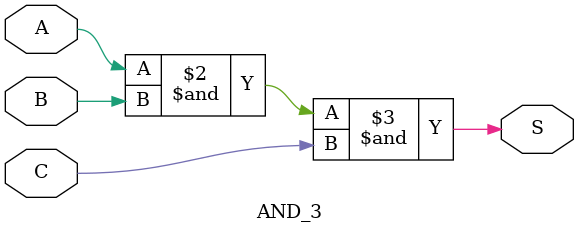
<source format=v>
module AND_3(S,A,B,C);
	input A,B,C;
	output reg S;
	always @*
		S = A&B&C;
endmodule
</source>
